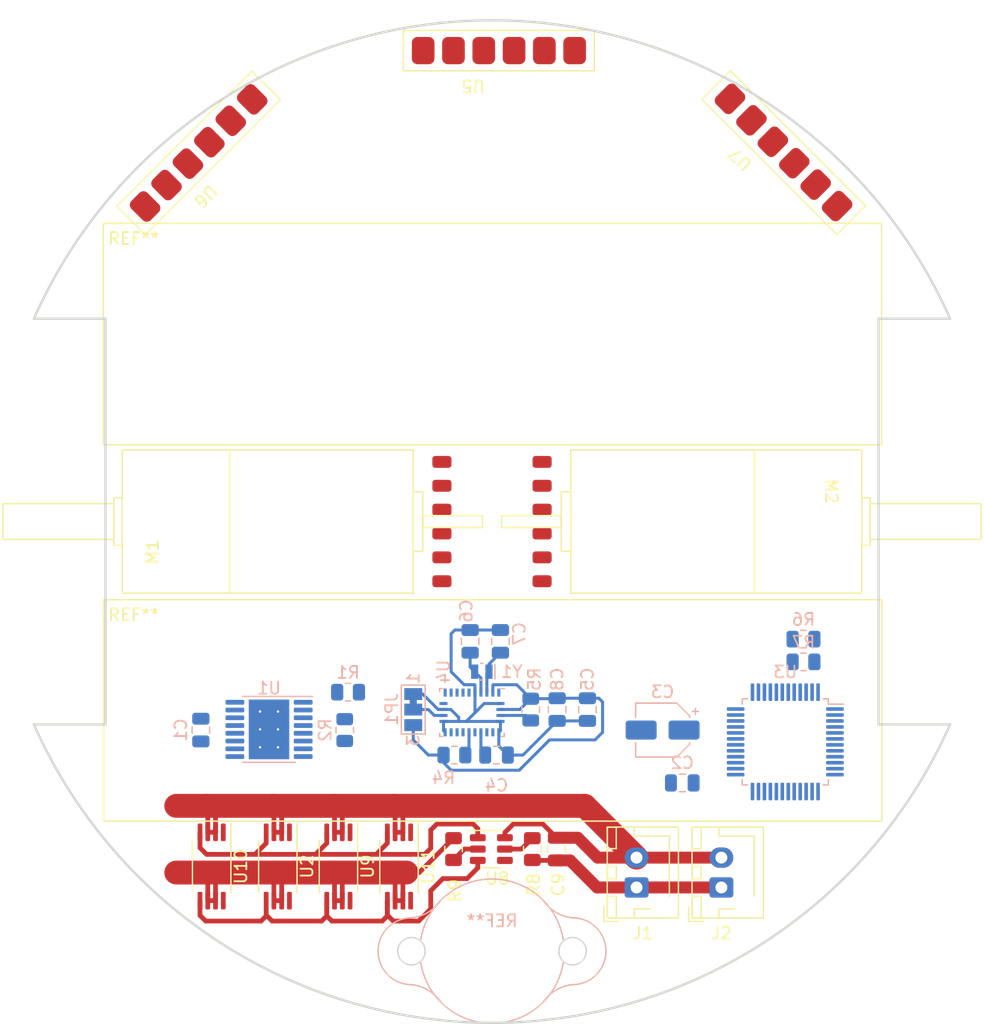
<source format=kicad_pcb>
(kicad_pcb (version 20221018) (generator pcbnew)
  (layers (0 "F.Cu" signal) (31 "B.Cu" signal) (34 "B.Paste" user) (35 "F.Paste" user) (36 "B.SilkS" user "B.Silkscreen") (37 "F.SilkS" user "F.Silkscreen") (38 "B.Mask" user) (39 "F.Mask" user) (44 "Edge.Cuts" user))
  (net 0 "")
  (net 1 "GND")
  (net 2 "M1_B")
  (net 3 "+5V")
  (net 4 "M1_A")
  (net 5 "Net-(M1-M2)")
  (net 6 "Net-(M1-M1)")
  (net 7 "M2_B")
  (net 8 "M2_A")
  (net 9 "Net-(M2-M2)")
  (net 10 "Net-(M2-M1)")
  (net 12 "Net-(U1-AISEN)")
  (net 13 "Net-(U1-BISEN)")
  (net 15 "-BATT")
  (net 16 "DRV_B1")
  (net 17 "Net-(U1-VCP)")
  (net 18 "DRV_B2")
  (net 19 "DRV_A2")
  (net 20 "Net-(JP1-C)")
  (net 21 "+3.3V")
  (net 24 "BNO_INT")
  (net 27 "VL_EN1")
  (net 28 "VL_EN2")
  (net 29 "VL_EN3")
  (net 53 "SDA")
  (net 54 "SCL")
  (net 56 "Net-(U4-~{BOOT_LOAD_PIN})")
  (net 59 "Net-(U4-CAP)")
  (net 61 "Net-(U4-~{RESET})")
  (net 68 "Net-(U4-XOUT32)")
  (net 69 "Net-(U4-XIN32)")
  (net 73 "DRV_A1")
  (net 74 "+BATT")
  (net 75 "Net-(U8-VCC)")
  (net 76 "Net-(U8-CS)")
  (net 77 "Net-(U10-G1)")
  (net 78 "Net-(U10-G2)")
  (net 80 "Net-(U9-D-Pad1)")
  (net 81 "Net-(U10-D-Pad1)")
  (net 82 "Net-(U2-D-Pad1)")
  (net 84 "Net-(U11-D-Pad1)")
  (net 85 "Net-(R9-Pad1)")
  (footprint "pololu:VL53L0X" (layer "F.Cu") (at 68.58 22.225 180)
    (fp_text reference "U5" (at 10.16 -1.27 180 unlocked) (layer "F.SilkS"))
    (fp_text value "~")
    (pad "1" smd roundrect (at 1.65 1.69 270) (size 2.286 1.9) (layers "F.Cu" "F.Paste" "F.Mask") (net 21 "+3.3V"))
    (pad "2" smd roundrect (at 4.19 1.69 270) (size 2.286 1.9) (layers "F.Cu" "F.Paste" "F.Mask") (net 1 "GND"))
    (pad "3" smd roundrect (at 6.73 1.69 270) (size 2.286 1.9) (layers "F.Cu" "F.Paste" "F.Mask") (net 54 "SCL"))
    (pad "4" smd roundrect (at 9.27 1.69 270) (size 2.286 1.9) (layers "F.Cu" "F.Paste" "F.Mask") (net 53 "SDA"))
    (pad "5" smd roundrect (at 11.81 1.69 270) (size 2.286 1.9) (layers "F.Cu" "F.Paste" "F.Mask"))
    (pad "6" smd roundrect (at 14.35 1.69 270) (size 2.286 1.9) (layers "F.Cu" "F.Paste" "F.Mask") (net 27 "VL_EN1"))
  )
  (footprint "Connector_JST:JST_XH_B2B-XH-AM_1x02_P2.50mm_Vertical" (layer "F.Cu") (at 72.119 90.658 90)
    (fp_text reference "J1" (at -3.83 0.525) (layer "F.SilkS"))
    (fp_text value "Battery connector")
    (pad "" np_thru_hole circle (at -1.6 2 90) (size 1.2 1.2) (drill 1.2) (layers "*.Cu" "*.Mask"))
    (pad "1" thru_hole roundrect (at 0 0 90) (size 1.7 2) (drill 1) (layers "*.Cu" "*.Mask") (roundrect_rratio 0.147059) (net 74 "+BATT"))
    (pad "2" thru_hole oval (at 2.5 0 90) (size 1.7 2) (drill 1) (layers "*.Cu" "*.Mask") (net 15 "-BATT"))
  )
  (footprint "Package_SO:TSSOP-8_4.4x3mm_P0.65mm" (layer "F.Cu") (at 52.2025 88.9 -90)
    (fp_text reference "U11" (at 0 -2.45 90) (layer "F.SilkS"))
    (fp_text value "~")
    (pad "1" smd roundrect (at -2.8625 -0.975 270) (size 1.475 0.4) (layers "F.Cu" "F.Paste" "F.Mask") (net 84 "Net-(U11-D-Pad1)"))
    (pad "2" smd roundrect (at -2.8625 -0.325 270) (size 1.475 0.4) (layers "F.Cu" "F.Paste" "F.Mask") (net 15 "-BATT"))
    (pad "3" smd roundrect (at -2.8625 0.325 270) (size 1.475 0.4) (layers "F.Cu" "F.Paste" "F.Mask") (net 15 "-BATT"))
    (pad "4" smd roundrect (at -2.8625 0.975 270) (size 1.475 0.4) (layers "F.Cu" "F.Paste" "F.Mask") (net 77 "Net-(U10-G1)"))
    (pad "5" smd roundrect (at 2.8625 0.975 270) (size 1.475 0.4) (layers "F.Cu" "F.Paste" "F.Mask") (net 78 "Net-(U10-G2)"))
    (pad "6" smd roundrect (at 2.8625 0.325 270) (size 1.475 0.4) (layers "F.Cu" "F.Paste" "F.Mask") (net 85 "Net-(R9-Pad1)"))
    (pad "7" smd roundrect (at 2.8625 -0.325 270) (size 1.475 0.4) (layers "F.Cu" "F.Paste" "F.Mask") (net 85 "Net-(R9-Pad1)"))
    (pad "8" smd roundrect (at 2.8625 -0.975 270) (size 1.475 0.4) (layers "F.Cu" "F.Paste" "F.Mask") (net 84 "Net-(U11-D-Pad1)"))
  )
  (footprint "pololu:N20_EXTENDED_SHAFT" (layer "F.Cu") (at 19 60 90)
    (fp_text reference "M1" (at -2.54 12.54 90 unlocked) (layer "F.SilkS"))
    (fp_text value "N20_MOTOR_EXTENDED_SHAFT")
    (pad "1" smd roundrect (at -5 36.8 90) (size 1 1.6) (layers "F.Cu" "F.Paste" "F.Mask") (net 1 "GND"))
    (pad "2" smd roundrect (at -3 36.8 90) (size 1 1.6) (layers "F.Cu" "F.Paste" "F.Mask") (net 2 "M1_B"))
    (pad "3" smd roundrect (at -1 36.8 90) (size 1 1.6) (layers "F.Cu" "F.Paste" "F.Mask") (net 4 "M1_A"))
    (pad "4" smd roundrect (at 1 36.8 90) (size 1 1.6) (layers "F.Cu" "F.Paste" "F.Mask") (net 21 "+3.3V"))
    (pad "5" smd roundrect (at 3 36.8 90) (size 1 1.6) (layers "F.Cu" "F.Paste" "F.Mask") (net 5 "Net-(M1-M2)"))
    (pad "6" smd roundrect (at 5 36.8 90) (size 1 1.6) (layers "F.Cu" "F.Paste" "F.Mask") (net 6 "Net-(M1-M1)"))
  )
  (footprint "Resistor_SMD:R_0805_2012Metric" (layer "F.Cu") (at 56.7745 87.442 -90)
    (fp_text reference "R9" (at 3.49 -0.1215 90) (layer "F.SilkS"))
    (fp_text value "1K")
    (pad "1" smd roundrect (at -0.9125 0 270) (size 1.025 1.4) (layers "F.Cu" "F.Paste" "F.Mask") (roundrect_rratio 0.243902) (net 85 "Net-(R9-Pad1)"))
    (pad "2" smd roundrect (at 0.9125 0 270) (size 1.025 1.4) (layers "F.Cu" "F.Paste" "F.Mask") (roundrect_rratio 0.243902) (net 76 "Net-(U8-CS)"))
  )
  (footprint "Resistor_SMD:R_0805_2012Metric" (layer "F.Cu") (at 63.3785 87.442 90)
    (fp_text reference "R8" (at -2.982 0.1215 90) (layer "F.SilkS"))
    (fp_text value "100R")
    (pad "1" smd roundrect (at -0.9125 0 90) (size 1.025 1.4) (layers "F.Cu" "F.Paste" "F.Mask") (roundrect_rratio 0.243902) (net 74 "+BATT"))
    (pad "2" smd roundrect (at 0.9125 0 90) (size 1.025 1.4) (layers "F.Cu" "F.Paste" "F.Mask") (roundrect_rratio 0.243902) (net 75 "Net-(U8-VCC)"))
  )
  (footprint "Package_TO_SOT_SMD:SOT-23-6" (layer "F.Cu") (at 59.944 87.442)
    (fp_text reference "U8" (at 0.508 2.474) (layer "F.SilkS"))
    (fp_text value "~")
    (pad "1" smd roundrect (at -1.1375 -0.95) (size 1.325 0.6) (layers "F.Cu" "F.Paste" "F.Mask") (net 77 "Net-(U10-G1)"))
    (pad "2" smd roundrect (at -1.1375 0) (size 1.325 0.6) (layers "F.Cu" "F.Paste" "F.Mask") (net 76 "Net-(U8-CS)"))
    (pad "3" smd roundrect (at -1.1375 0.95) (size 1.325 0.6) (layers "F.Cu" "F.Paste" "F.Mask") (net 78 "Net-(U10-G2)"))
    (pad "4" smd roundrect (at 1.1375 0.95) (size 1.325 0.6) (layers "F.Cu" "F.Paste" "F.Mask"))
    (pad "5" smd roundrect (at 1.1375 0) (size 1.325 0.6) (layers "F.Cu" "F.Paste" "F.Mask") (net 75 "Net-(U8-VCC)"))
    (pad "6" smd roundrect (at 1.1375 -0.95) (size 1.325 0.6) (layers "F.Cu" "F.Paste" "F.Mask") (net 15 "-BATT"))
  )
  (footprint "pololu:VL53L0X" (layer "F.Cu") (at 88.907818 35.925839 135)
    (fp_text reference "U7" (at 10.16 -1.27 135 unlocked) (layer "F.SilkS"))
    (fp_text value "~")
    (pad "1" smd roundrect (at 1.65 1.69 225) (size 2.286 1.9) (layers "F.Cu" "F.Paste" "F.Mask") (net 21 "+3.3V"))
    (pad "2" smd roundrect (at 4.19 1.69 225) (size 2.286 1.9) (layers "F.Cu" "F.Paste" "F.Mask") (net 1 "GND"))
    (pad "3" smd roundrect (at 6.73 1.69 225) (size 2.286 1.9) (layers "F.Cu" "F.Paste" "F.Mask") (net 54 "SCL"))
    (pad "4" smd roundrect (at 9.27 1.69 225) (size 2.286 1.9) (layers "F.Cu" "F.Paste" "F.Mask") (net 53 "SDA"))
    (pad "5" smd roundrect (at 11.81 1.69 225) (size 2.286 1.9) (layers "F.Cu" "F.Paste" "F.Mask"))
    (pad "6" smd roundrect (at 14.35 1.69 225) (size 2.286 1.9) (layers "F.Cu" "F.Paste" "F.Mask") (net 29 "VL_EN3"))
  )
  (footprint "pololu:N20_EXTENDED_SHAFT" (layer "F.Cu") (at 101 60 -90)
    (fp_text reference "M2" (at -2.54 12.54 -90 unlocked) (layer "F.SilkS"))
    (fp_text value "N20_MOTOR_EXTENDED_SHAFT")
    (pad "1" smd roundrect (at -5 36.8 270) (size 1 1.6) (layers "F.Cu" "F.Paste" "F.Mask") (net 1 "GND"))
    (pad "2" smd roundrect (at -3 36.8 270) (size 1 1.6) (layers "F.Cu" "F.Paste" "F.Mask") (net 7 "M2_B"))
    (pad "3" smd roundrect (at -1 36.8 270) (size 1 1.6) (layers "F.Cu" "F.Paste" "F.Mask") (net 8 "M2_A"))
    (pad "4" smd roundrect (at 1 36.8 270) (size 1 1.6) (layers "F.Cu" "F.Paste" "F.Mask") (net 21 "+3.3V"))
    (pad "5" smd roundrect (at 3 36.8 270) (size 1 1.6) (layers "F.Cu" "F.Paste" "F.Mask") (net 9 "Net-(M2-M2)"))
    (pad "6" smd roundrect (at 5 36.8 270) (size 1 1.6) (layers "F.Cu" "F.Paste" "F.Mask") (net 10 "Net-(M2-M1)"))
  )
  (footprint "Connector_JST:JST_XH_B2B-XH-AM_1x02_P2.50mm_Vertical" (layer "F.Cu") (at 79.231 90.658 90)
    (fp_text reference "J2" (at -3.83 0.017) (layer "F.SilkS"))
    (fp_text value "Battery connector")
    (pad "" np_thru_hole circle (at -1.6 2 90) (size 1.2 1.2) (drill 1.2) (layers "*.Cu" "*.Mask"))
    (pad "1" thru_hole roundrect (at 0 0 90) (size 1.7 2) (drill 1) (layers "*.Cu" "*.Mask") (roundrect_rratio 0.147059) (net 74 "+BATT"))
    (pad "2" thru_hole oval (at 2.5 0 90) (size 1.7 2) (drill 1) (layers "*.Cu" "*.Mask") (net 15 "-BATT"))
  )
  (footprint "pololu:SAMSUNG_18650" (layer "F.Cu") (at 27.432 66.548)
    (fp_text reference "REF**" (at 2.54 1.27 unlocked) (layer "F.SilkS"))
    (fp_text value "SAMSUNG_18650")
  )
  (footprint "pololu:SAMSUNG_18650" (layer "F.Cu") (at 27.414 35.016)
    (fp_text reference "REF**" (at 2.54 1.27 unlocked) (layer "F.SilkS"))
    (fp_text value "SAMSUNG_18650")
  )
  (footprint "Package_SO:TSSOP-8_4.4x3mm_P0.65mm" (layer "F.Cu") (at 47.1225 88.9 -90)
    (fp_text reference "U9" (at 0 -2.45 -270) (layer "F.SilkS"))
    (fp_text value "~")
    (pad "1" smd roundrect (at -2.8625 -0.975 270) (size 1.475 0.4) (layers "F.Cu" "F.Paste" "F.Mask") (net 80 "Net-(U9-D-Pad1)"))
    (pad "2" smd roundrect (at -2.8625 -0.325 270) (size 1.475 0.4) (layers "F.Cu" "F.Paste" "F.Mask") (net 15 "-BATT"))
    (pad "3" smd roundrect (at -2.8625 0.325 270) (size 1.475 0.4) (layers "F.Cu" "F.Paste" "F.Mask") (net 15 "-BATT"))
    (pad "4" smd roundrect (at -2.8625 0.975 270) (size 1.475 0.4) (layers "F.Cu" "F.Paste" "F.Mask") (net 77 "Net-(U10-G1)"))
    (pad "5" smd roundrect (at 2.8625 0.975 270) (size 1.475 0.4) (layers "F.Cu" "F.Paste" "F.Mask") (net 78 "Net-(U10-G2)"))
    (pad "6" smd roundrect (at 2.8625 0.325 270) (size 1.475 0.4) (layers "F.Cu" "F.Paste" "F.Mask") (net 85 "Net-(R9-Pad1)"))
    (pad "7" smd roundrect (at 2.8625 -0.325 270) (size 1.475 0.4) (layers "F.Cu" "F.Paste" "F.Mask") (net 85 "Net-(R9-Pad1)"))
    (pad "8" smd roundrect (at 2.8625 -0.975 270) (size 1.475 0.4) (layers "F.Cu" "F.Paste" "F.Mask") (net 80 "Net-(U9-D-Pad1)"))
  )
  (footprint "Package_SO:TSSOP-8_4.4x3mm_P0.65mm" (layer "F.Cu") (at 36.4955 88.9 -90)
    (fp_text reference "U10" (at 0 -2.45 -270) (layer "F.SilkS"))
    (fp_text value "~")
    (pad "1" smd roundrect (at -2.8625 -0.975 270) (size 1.475 0.4) (layers "F.Cu" "F.Paste" "F.Mask") (net 81 "Net-(U10-D-Pad1)"))
    (pad "2" smd roundrect (at -2.8625 -0.325 270) (size 1.475 0.4) (layers "F.Cu" "F.Paste" "F.Mask") (net 15 "-BATT"))
    (pad "3" smd roundrect (at -2.8625 0.325 270) (size 1.475 0.4) (layers "F.Cu" "F.Paste" "F.Mask") (net 15 "-BATT"))
    (pad "4" smd roundrect (at -2.8625 0.975 270) (size 1.475 0.4) (layers "F.Cu" "F.Paste" "F.Mask") (net 77 "Net-(U10-G1)"))
    (pad "5" smd roundrect (at 2.8625 0.975 270) (size 1.475 0.4) (layers "F.Cu" "F.Paste" "F.Mask") (net 78 "Net-(U10-G2)"))
    (pad "6" smd roundrect (at 2.8625 0.325 270) (size 1.475 0.4) (layers "F.Cu" "F.Paste" "F.Mask") (net 85 "Net-(R9-Pad1)"))
    (pad "7" smd roundrect (at 2.8625 -0.325 270) (size 1.475 0.4) (layers "F.Cu" "F.Paste" "F.Mask") (net 85 "Net-(R9-Pad1)"))
    (pad "8" smd roundrect (at 2.8625 -0.975 270) (size 1.475 0.4) (layers "F.Cu" "F.Paste" "F.Mask") (net 81 "Net-(U10-D-Pad1)"))
  )
  (footprint "Capacitor_SMD:C_0805_2012Metric" (layer "F.Cu") (at 65.4105 87.442 -90)
    (fp_text reference "C9" (at 2.982 -0.1215 90) (layer "F.SilkS"))
    (fp_text value "100nF")
    (pad "1" smd roundrect (at -0.95 0 270) (size 1 1.45) (layers "F.Cu" "F.Paste" "F.Mask") (net 15 "-BATT"))
    (pad "2" smd roundrect (at 0.95 0 270) (size 1 1.45) (layers "F.Cu" "F.Paste" "F.Mask") (net 74 "+BATT"))
  )
  (footprint "Package_SO:TSSOP-8_4.4x3mm_P0.65mm" (layer "F.Cu") (at 42.0425 88.9 -90)
    (fp_text reference "U2" (at 0 -2.45 90) (layer "F.SilkS"))
    (fp_text value "~")
    (pad "1" smd roundrect (at -2.8625 -0.975 270) (size 1.475 0.4) (layers "F.Cu" "F.Paste" "F.Mask") (net 82 "Net-(U2-D-Pad1)"))
    (pad "2" smd roundrect (at -2.8625 -0.325 270) (size 1.475 0.4) (layers "F.Cu" "F.Paste" "F.Mask") (net 15 "-BATT"))
    (pad "3" smd roundrect (at -2.8625 0.325 270) (size 1.475 0.4) (layers "F.Cu" "F.Paste" "F.Mask") (net 15 "-BATT"))
    (pad "4" smd roundrect (at -2.8625 0.975 270) (size 1.475 0.4) (layers "F.Cu" "F.Paste" "F.Mask") (net 77 "Net-(U10-G1)"))
    (pad "5" smd roundrect (at 2.8625 0.975 270) (size 1.475 0.4) (layers "F.Cu" "F.Paste" "F.Mask") (net 78 "Net-(U10-G2)"))
    (pad "6" smd roundrect (at 2.8625 0.325 270) (size 1.475 0.4) (layers "F.Cu" "F.Paste" "F.Mask") (net 85 "Net-(R9-Pad1)"))
    (pad "7" smd roundrect (at 2.8625 -0.325 270) (size 1.475 0.4) (layers "F.Cu" "F.Paste" "F.Mask") (net 85 "Net-(R9-Pad1)"))
    (pad "8" smd roundrect (at 2.8625 -0.975 270) (size 1.475 0.4) (layers "F.Cu" "F.Paste" "F.Mask") (net 82 "Net-(U2-D-Pad1)"))
  )
  (footprint "pololu:VL53L0X" (layer "F.Cu") (at 42.257788 24.648233 -135)
    (fp_text reference "U6" (at 10.16 -1.27 -135 unlocked) (layer "F.SilkS"))
    (fp_text value "~")
    (pad "1" smd roundrect (at 1.65 1.69 315) (size 2.286 1.9) (layers "F.Cu" "F.Paste" "F.Mask") (net 21 "+3.3V"))
    (pad "2" smd roundrect (at 4.19 1.69 315) (size 2.286 1.9) (layers "F.Cu" "F.Paste" "F.Mask") (net 1 "GND"))
    (pad "3" smd roundrect (at 6.73 1.69 315) (size 2.286 1.9) (layers "F.Cu" "F.Paste" "F.Mask") (net 54 "SCL"))
    (pad "4" smd roundrect (at 9.27 1.69 315) (size 2.286 1.9) (layers "F.Cu" "F.Paste" "F.Mask") (net 53 "SDA"))
    (pad "5" smd roundrect (at 11.81 1.69 315) (size 2.286 1.9) (layers "F.Cu" "F.Paste" "F.Mask"))
    (pad "6" smd roundrect (at 14.35 1.69 315) (size 2.286 1.9) (layers "F.Cu" "F.Paste" "F.Mask") (net 28 "VL_EN2"))
  )
  (footprint "Capacitor_SMD:C_0805_2012Metric" (layer "B.Cu") (at 60.706 70.038 90)
    (fp_text reference "C7" (at 0.635 1.580154 90) (layer "B.SilkS") (effects (justify mirror)))
    (fp_text value "22pF")
    (pad "1" smd roundrect (at -0.95 0 90) (size 1 1.45) (layers "B.Cu" "B.Paste" "B.Mask") (net 69 "Net-(U4-XIN32)"))
    (pad "2" smd roundrect (at 0.95 0 90) (size 1 1.45) (layers "B.Cu" "B.Paste" "B.Mask") (net 1 "GND"))
  )
  (footprint "Jumper:SolderJumper-3_P1.3mm_Bridged12_Pad1.0x1.5mm_NumberLabels" (layer "B.Cu") (at 53.396154 75.753 -90)
    (fp_text reference "JP1" (at 0 1.8 90) (layer "B.SilkS") (effects (justify mirror)))
    (fp_text value "I2C_ADDR_SEL")
    (fp_text user "1" (at -2.6 0 90) (layer "B.SilkS") (effects (justify mirror)))
    (fp_text user "3" (at 2.6 0 90) (layer "B.SilkS") (effects (justify mirror)))
    (fp_poly (pts (xy -0.9 0.3) (xy -0.4 0.3) (xy -0.4 -0.3) (xy -0.9 -0.3)) (fill solid) (layer "B.Cu"))
    (pad "1" smd rect (at -1.3 0 270) (size 1 1.5) (layers "B.Cu" "B.Mask") (net 1 "GND"))
    (pad "2" smd rect (at 0 0 270) (size 1 1.5) (layers "B.Cu" "B.Mask") (net 20 "Net-(JP1-C)"))
    (pad "3" smd rect (at 1.3 0 270) (size 1 1.5) (layers "B.Cu" "B.Mask") (net 21 "+3.3V"))
  )
  (footprint "Resistor_SMD:R_0805_2012Metric" (layer "B.Cu") (at 56.848654 79.563 180)
    (fp_text reference "R4" (at 0.9125 -1.905) (layer "B.SilkS") (effects (justify mirror)))
    (fp_text value "10K")
    (pad "1" smd roundrect (at -0.9125 0 180) (size 1.025 1.4) (layers "B.Cu" "B.Paste" "B.Mask") (roundrect_rratio 0.243902) (net 61 "Net-(U4-~{RESET})"))
    (pad "2" smd roundrect (at 0.9125 0 180) (size 1.025 1.4) (layers "B.Cu" "B.Paste" "B.Mask") (roundrect_rratio 0.243902) (net 21 "+3.3V"))
  )
  (footprint "Resistor_SMD:R_0805_2012Metric" (layer "B.Cu") (at 47.655 77.47 -90)
    (fp_text reference "R2" (at 0 1.65 90) (layer "B.SilkS") (effects (justify mirror)))
    (fp_text value "0.2R")
    (pad "1" smd roundrect (at -0.9125 0 270) (size 1.025 1.4) (layers "B.Cu" "B.Paste" "B.Mask") (roundrect_rratio 0.243902) (net 1 "GND"))
    (pad "2" smd roundrect (at 0.9125 0 270) (size 1.025 1.4) (layers "B.Cu" "B.Paste" "B.Mask") (roundrect_rratio 0.243902) (net 13 "Net-(U1-BISEN)"))
  )
  (footprint "pololu:BALL_CASTER_3_8" (layer "B.Cu") (at 59.99997 96 180)
    (fp_text reference "REF**" (at 0 2.54 unlocked) (layer "B.SilkS") (effects (justify mirror)))
    (fp_text value "BALL_CASTER_3_8")
    (fp_circle (center -6.75 0) (end -5.6 0) (stroke (width 0.12)) (fill none) (layer "Edge.Cuts"))
    (fp_circle (center 6.75 0) (end 7.9 0) (stroke (width 0.12)) (fill none) (layer "Edge.Cuts"))
  )
  (footprint "Package_LGA:LGA-28_5.2x3.8mm_P0.5mm" (layer "B.Cu") (at 58.321 75.9955 180)
    (fp_text reference "U4" (at 2.384846 3.4175 90) (layer "B.SilkS") (effects (justify mirror)))
    (fp_text value "BNO055")
    (pad "1" smd rect (at -2.25 1.6625 180) (size 0.254 0.675) (layers "B.Cu" "B.Paste" "B.Mask"))
    (pad "2" smd rect (at -2.3875 0.75 90) (size 0.254 0.675) (layers "B.Cu" "B.Paste" "B.Mask") (net 1 "GND"))
    (pad "3" smd rect (at -2.3875 0.25 90) (size 0.254 0.675) (layers "B.Cu" "B.Paste" "B.Mask") (net 21 "+3.3V"))
    (pad "4" smd rect (at -2.3875 -0.25 90) (size 0.254 0.675) (layers "B.Cu" "B.Paste" "B.Mask") (net 56 "Net-(U4-~{BOOT_LOAD_PIN})"))
    (pad "5" smd rect (at -2.3875 -0.75 90) (size 0.254 0.675) (layers "B.Cu" "B.Paste" "B.Mask") (net 1 "GND"))
    (pad "6" smd rect (at -2.25 -1.6625 180) (size 0.254 0.675) (layers "B.Cu" "B.Paste" "B.Mask") (net 1 "GND"))
    (pad "7" smd rect (at -1.75 -1.6625 180) (size 0.254 0.675) (layers "B.Cu" "B.Paste" "B.Mask"))
    (pad "8" smd rect (at -1.25 -1.6625 180) (size 0.254 0.675) (layers "B.Cu" "B.Paste" "B.Mask"))
    (pad "9" smd rect (at -0.75 -1.6625 180) (size 0.254 0.675) (layers "B.Cu" "B.Paste" "B.Mask") (net 59 "Net-(U4-CAP)"))
    (pad "10" smd rect (at -0.25 -1.6625 180) (size 0.254 0.675) (layers "B.Cu" "B.Paste" "B.Mask"))
    (pad "11" smd rect (at 0.25 -1.6625 180) (size 0.254 0.675) (layers "B.Cu" "B.Paste" "B.Mask") (net 61 "Net-(U4-~{RESET})"))
    (pad "12" smd rect (at 0.75 -1.6625 180) (size 0.254 0.675) (layers "B.Cu" "B.Paste" "B.Mask"))
    (pad "13" smd rect (at 1.25 -1.6625 180) (size 0.254 0.675) (layers "B.Cu" "B.Paste" "B.Mask"))
    (pad "14" smd rect (at 1.75 -1.6625 180) (size 0.254 0.675) (layers "B.Cu" "B.Paste" "B.Mask") (net 24 "BNO_INT"))
    (pad "15" smd rect (at 2.25 -1.6625 180) (size 0.254 0.675) (layers "B.Cu" "B.Paste" "B.Mask") (net 1 "GND"))
    (pad "16" smd rect (at 2.3875 -0.75 90) (size 0.254 0.675) (layers "B.Cu" "B.Paste" "B.Mask") (net 1 "GND"))
    (pad "17" smd rect (at 2.3875 -0.25 90) (size 0.254 0.675) (layers "B.Cu" "B.Paste" "B.Mask") (net 20 "Net-(JP1-C)"))
    (pad "18" smd rect (at 2.3875 0.25 90) (size 0.254 0.675) (layers "B.Cu" "B.Paste" "B.Mask") (net 1 "GND"))
    (pad "19" smd rect (at 2.3875 0.75 90) (size 0.254 0.675) (layers "B.Cu" "B.Paste" "B.Mask") (net 54 "SCL"))
    (pad "20" smd rect (at 2.25 1.6625 180) (size 0.254 0.675) (layers "B.Cu" "B.Paste" "B.Mask") (net 53 "SDA"))
    (pad "21" smd rect (at 1.75 1.6625 180) (size 0.254 0.675) (layers "B.Cu" "B.Paste" "B.Mask"))
    (pad "22" smd rect (at 1.25 1.6625 180) (size 0.254 0.675) (layers "B.Cu" "B.Paste" "B.Mask"))
    (pad "23" smd rect (at 0.75 1.6625 180) (size 0.254 0.675) (layers "B.Cu" "B.Paste" "B.Mask"))
    (pad "24" smd rect (at 0.25 1.6625 180) (size 0.254 0.675) (layers "B.Cu" "B.Paste" "B.Mask"))
    (pad "25" smd rect (at -0.25 1.6625 180) (size 0.254 0.675) (layers "B.Cu" "B.Paste" "B.Mask") (net 1 "GND"))
    (pad "26" smd rect (at -0.75 1.6625 180) (size 0.254 0.675) (layers "B.Cu" "B.Paste" "B.Mask") (net 68 "Net-(U4-XOUT32)"))
    (pad "27" smd rect (at -1.25 1.6625 180) (size 0.254 0.675) (layers "B.Cu" "B.Paste" "B.Mask") (net 69 "Net-(U4-XIN32)"))
    (pad "28" smd rect (at -1.75 1.6625 180) (size 0.254 0.675) (layers "B.Cu" "B.Paste" "B.Mask") (net 21 "+3.3V"))
  )
  (footprint "Capacitor_SMD:CP_Elec_4x3" (layer "B.Cu") (at 74.303094 77.47 180)
    (fp_text reference "C3" (at 0 3.2) (layer "B.SilkS") (effects (justify mirror)))
    (fp_text value "10uF")
    (pad "1" smd roundrect (at -1.8 0 180) (size 2.6 1.6) (layers "B.Cu" "B.Paste" "B.Mask") (roundrect_rratio 0.15625) (net 21 "+3.3V"))
    (pad "2" smd roundrect (at 1.8 0 180) (size 2.6 1.6) (layers "B.Cu" "B.Paste" "B.Mask") (roundrect_rratio 0.15625) (net 1 "GND"))
  )
  (footprint "Capacitor_SMD:C_0805_2012Metric" (layer "B.Cu") (at 35.59 77.47 -90)
    (fp_text reference "C1" (at 0 1.68 90) (layer "B.SilkS") (effects (justify mirror)))
    (fp_text value "10nF")
    (pad "1" smd roundrect (at -0.95 0 270) (size 1 1.45) (layers "B.Cu" "B.Paste" "B.Mask") (net 3 "+5V"))
    (pad "2" smd roundrect (at 0.95 0 270) (size 1 1.45) (layers "B.Cu" "B.Paste" "B.Mask") (net 17 "Net-(U1-VCP)"))
  )
  (footprint "Capacitor_SMD:C_0805_2012Metric" (layer "B.Cu") (at 58.166 70.038 90)
    (fp_text reference "C6" (at 2.54 -0.324846 90) (layer "B.SilkS") (effects (justify mirror)))
    (fp_text value "22pF")
    (pad "1" smd roundrect (at -0.95 0 90) (size 1 1.45) (layers "B.Cu" "B.Paste" "B.Mask") (net 68 "Net-(U4-XOUT32)"))
    (pad "2" smd roundrect (at 0.95 0 90) (size 1 1.45) (layers "B.Cu" "B.Paste" "B.Mask") (net 1 "GND"))
  )
  (footprint "Resistor_SMD:R_0805_2012Metric" (layer "B.Cu") (at 47.9325 74.295 180)
    (fp_text reference "R1" (at 0 1.65) (layer "B.SilkS") (effects (justify mirror)))
    (fp_text value "0.2R")
    (pad "1" smd roundrect (at -0.9125 0 180) (size 1.025 1.4) (layers "B.Cu" "B.Paste" "B.Mask") (roundrect_rratio 0.243902) (net 1 "GND"))
    (pad "2" smd roundrect (at 0.9125 0 180) (size 1.025 1.4) (layers "B.Cu" "B.Paste" "B.Mask") (roundrect_rratio 0.243902) (net 12 "Net-(U1-AISEN)"))
  )
  (footprint "Capacitor_SMD:C_0805_2012Metric" (layer "B.Cu") (at 75.953094 81.9 180)
    (fp_text reference "C2" (at 0 1.68) (layer "B.SilkS") (effects (justify mirror)))
    (fp_text value "100nF")
    (pad "1" smd roundrect (at -0.95 0 180) (size 1 1.45) (layers "B.Cu" "B.Paste" "B.Mask") (net 21 "+3.3V"))
    (pad "2" smd roundrect (at 0.95 0 180) (size 1 1.45) (layers "B.Cu" "B.Paste" "B.Mask") (net 1 "GND"))
  )
  (footprint "Package_SO:HTSSOP-16-1EP_4.4x5mm_P0.65mm_EP3.4x5mm_Mask2.46x2.31mm_ThermalVias" (layer "B.Cu") (at 41.305 77.415 180)
    (fp_text reference "U1" (at 0 3.45) (layer "B.SilkS") (effects (justify mirror)))
    (fp_text value "DRV8833PWP")
    (pad "1" smd roundrect (at -2.8625 2.275 180) (size 1.575 0.4) (layers "B.Cu" "B.Paste" "B.Mask"))
    (pad "2" smd roundrect (at -2.8625 1.625 180) (size 1.575 0.4) (layers "B.Cu" "B.Paste" "B.Mask") (net 6 "Net-(M1-M1)"))
    (pad "3" smd roundrect (at -2.8625 0.975 180) (size 1.575 0.4) (layers "B.Cu" "B.Paste" "B.Mask") (net 12 "Net-(U1-AISEN)"))
    (pad "4" smd roundrect (at -2.8625 0.325 180) (size 1.575 0.4) (layers "B.Cu" "B.Paste" "B.Mask") (net 5 "Net-(M1-M2)"))
    (pad "5" smd roundrect (at -2.8625 -0.325 180) (size 1.575 0.4) (layers "B.Cu" "B.Paste" "B.Mask") (net 9 "Net-(M2-M2)"))
    (pad "6" smd roundrect (at -2.8625 -0.975 180) (size 1.575 0.4) (layers "B.Cu" "B.Paste" "B.Mask") (net 13 "Net-(U1-BISEN)"))
    (pad "7" smd roundrect (at -2.8625 -1.625 180) (size 1.575 0.4) (layers "B.Cu" "B.Paste" "B.Mask") (net 10 "Net-(M2-M1)"))
    (pad "8" smd roundrect (at -2.8625 -2.275 180) (size 1.575 0.4) (layers "B.Cu" "B.Paste" "B.Mask"))
    (pad "9" smd roundrect (at 2.8625 -2.275 180) (size 1.575 0.4) (layers "B.Cu" "B.Paste" "B.Mask") (net 16 "DRV_B1"))
    (pad "10" smd roundrect (at 2.8625 -1.625 180) (size 1.575 0.4) (layers "B.Cu" "B.Paste" "B.Mask") (net 18 "DRV_B2"))
    (pad "11" smd roundrect (at 2.8625 -0.975 180) (size 1.575 0.4) (layers "B.Cu" "B.Paste" "B.Mask") (net 17 "Net-(U1-VCP)"))
    (pad "12" smd roundrect (at 2.8625 -0.325 180) (size 1.575 0.4) (layers "B.Cu" "B.Paste" "B.Mask") (net 3 "+5V"))
    (pad "13" smd roundrect (at 2.8625 0.325 180) (size 1.575 0.4) (layers "B.Cu" "B.Paste" "B.Mask") (net 1 "GND"))
    (pad "14" smd roundrect (at 2.8625 0.975 180) (size 1.575 0.4) (layers "B.Cu" "B.Paste" "B.Mask") (net 21 "+3.3V"))
    (pad "15" smd roundrect (at 2.8625 1.625 180) (size 1.575 0.4) (layers "B.Cu" "B.Paste" "B.Mask") (net 19 "DRV_A2"))
    (pad "16" smd roundrect (at 2.8625 2.275 180) (size 1.575 0.4) (layers "B.Cu" "B.Paste" "B.Mask") (net 73 "DRV_A1"))
    (pad "17" thru_hole circle (at -0.75 -1.5 180) (size 0.5 0.5) (drill 0.2) (layers "*.Cu") (net 1 "GND"))
    (pad "17" thru_hole circle (at -0.75 0 180) (size 0.5 0.5) (drill 0.2) (layers "*.Cu") (net 1 "GND"))
    (pad "17" thru_hole circle (at -0.75 1.5 180) (size 0.5 0.5) (drill 0.2) (layers "*.Cu") (net 1 "GND"))
    (pad "17" smd rect (at 0 0 180) (size 2 3.5) (layers "F.Cu") (net 1 "GND"))
    (pad "17" smd rect (at 0 0 180) (size 3.4 5) (layers "B.Cu") (net 1 "GND"))
    (pad "17" thru_hole circle (at 0.75 -1.5 180) (size 0.5 0.5) (drill 0.2) (layers "*.Cu") (net 1 "GND"))
    (pad "17" thru_hole circle (at 0.75 0 180) (size 0.5 0.5) (drill 0.2) (layers "*.Cu") (net 1 "GND"))
    (pad "17" thru_hole circle (at 0.75 1.5 180) (size 0.5 0.5) (drill 0.2) (layers "*.Cu") (net 1 "GND"))
  )
  (footprint "Package_QFP:TQFP-48_7x7mm_P0.5mm" (layer "B.Cu") (at 84.588094 78.4575 180)
    (fp_text reference "U3" (at 0 5.85) (layer "B.SilkS") (effects (justify mirror)))
    (fp_text value "ATmega4809-A")
    (pad "1" smd roundrect (at -4.1625 2.75 180) (size 1.475 0.3) (layers "B.Cu" "B.Paste" "B.Mask"))
    (pad "2" smd roundrect (at -4.1625 2.25 180) (size 1.475 0.3) (layers "B.Cu" "B.Paste" "B.Mask"))
    (pad "3" smd roundrect (at -4.1625 1.75 180) (size 1.475 0.3) (layers "B.Cu" "B.Paste" "B.Mask") (net 24 "BNO_INT"))
    (pad "4" smd roundrect (at -4.1625 1.25 180) (size 1.475 0.3) (layers "B.Cu" "B.Paste" "B.Mask") (net 4 "M1_A"))
    (pad "5" smd roundrect (at -4.1625 0.75 180) (size 1.475 0.3) (layers "B.Cu" "B.Paste" "B.Mask") (net 2 "M1_B"))
    (pad "6" smd roundrect (at -4.1625 0.25 180) (size 1.475 0.3) (layers "B.Cu" "B.Paste" "B.Mask") (net 8 "M2_A"))
    (pad "7" smd roundrect (at -4.1625 -0.25 180) (size 1.475 0.3) (layers "B.Cu" "B.Paste" "B.Mask") (net 7 "M2_B"))
    (pad "8" smd roundrect (at -4.1625 -0.75 180) (size 1.475 0.3) (layers "B.Cu" "B.Paste" "B.Mask"))
    (pad "9" smd roundrect (at -4.1625 -1.25 180) (size 1.475 0.3) (layers "B.Cu" "B.Paste" "B.Mask"))
    (pad "10" smd roundrect (at -4.1625 -1.75 180) (size 1.475 0.3) (layers "B.Cu" "B.Paste" "B.Mask") (net 27 "VL_EN1"))
    (pad "11" smd roundrect (at -4.1625 -2.25 180) (size 1.475 0.3) (layers "B.Cu" "B.Paste" "B.Mask") (net 28 "VL_EN2"))
    (pad "12" smd roundrect (at -4.1625 -2.75 180) (size 1.475 0.3) (layers "B.Cu" "B.Paste" "B.Mask") (net 29 "VL_EN3"))
    (pad "13" smd roundrect (at -2.75 -4.1625 180) (size 0.3 1.475) (layers "B.Cu" "B.Paste" "B.Mask"))
    (pad "14" smd roundrect (at -2.25 -4.1625 180) (size 0.3 1.475) (layers "B.Cu" "B.Paste" "B.Mask") (net 21 "+3.3V"))
    (pad "15" smd roundrect (at -1.75 -4.1625 180) (size 0.3 1.475) (layers "B.Cu" "B.Paste" "B.Mask") (net 1 "GND"))
    (pad "16" smd roundrect (at -1.25 -4.1625 180) (size 0.3 1.475) (layers "B.Cu" "B.Paste" "B.Mask"))
    (pad "17" smd roundrect (at -0.75 -4.1625 180) (size 0.3 1.475) (layers "B.Cu" "B.Paste" "B.Mask"))
    (pad "18" smd roundrect (at -0.25 -4.1625 180) (size 0.3 1.475) (layers "B.Cu" "B.Paste" "B.Mask"))
    (pad "19" smd roundrect (at 0.25 -4.1625 180) (size 0.3 1.475) (layers "B.Cu" "B.Paste" "B.Mask"))
    (pad "20" smd roundrect (at 0.75 -4.1625 180) (size 0.3 1.475) (layers "B.Cu" "B.Paste" "B.Mask"))
    (pad "21" smd roundrect (at 1.25 -4.1625 180) (size 0.3 1.475) (layers "B.Cu" "B.Paste" "B.Mask"))
    (pad "22" smd roundrect (at 1.75 -4.1625 180) (size 0.3 1.475) (layers "B.Cu" "B.Paste" "B.Mask"))
    (pad "23" smd roundrect (at 2.25 -4.1625 180) (size 0.3 1.475) (layers "B.Cu" "B.Paste" "B.Mask"))
    (pad "24" smd roundrect (at 2.75 -4.1625 180) (size 0.3 1.475) (layers "B.Cu" "B.Paste" "B.Mask"))
    (pad "25" smd roundrect (at 4.1625 -2.75 180) (size 1.475 0.3) (layers "B.Cu" "B.Paste" "B.Mask"))
    (pad "26" smd roundrect (at 4.1625 -2.25 180) (size 1.475 0.3) (layers "B.Cu" "B.Paste" "B.Mask"))
    (pad "27" smd roundrect (at 4.1625 -1.75 180) (size 1.475 0.3) (layers "B.Cu" "B.Paste" "B.Mask"))
    (pad "28" smd roundrect (at 4.1625 -1.25 180) (size 1.475 0.3) (layers "B.Cu" "B.Paste" "B.Mask") (net 21 "+3.3V"))
    (pad "29" smd roundrect (at 4.1625 -0.75 180) (size 1.475 0.3) (layers "B.Cu" "B.Paste" "B.Mask") (net 1 "GND"))
    (pad "30" smd roundrect (at 4.1625 -0.25 180) (size 1.475 0.3) (layers "B.Cu" "B.Paste" "B.Mask"))
    (pad "31" smd roundrect (at 4.1625 0.25 180) (size 1.475 0.3) (layers "B.Cu" "B.Paste" "B.Mask"))
    (pad "32" smd roundrect (at 4.1625 0.75 180) (size 1.475 0.3) (layers "B.Cu" "B.Paste" "B.Mask"))
    (pad "33" smd roundrect (at 4.1625 1.25 180) (size 1.475 0.3) (layers "B.Cu" "B.Paste" "B.Mask"))
    (pad "34" smd roundrect (at 4.1625 1.75 180) (size 1.475 0.3) (layers "B.Cu" "B.Paste" "B.Mask") (net 73 "DRV_A1"))
    (pad "35" smd roundrect (at 4.1625 2.25 180) (size 1.475 0.3) (layers "B.Cu" "B.Paste" "B.Mask") (net 19 "DRV_A2"))
    (pad "36" smd roundrect (at 4.1625 2.75 180) (size 1.475 0.3) (layers "B.Cu" "B.Paste" "B.Mask") (net 16 "DRV_B1"))
    (pad "37" smd roundrect (at 2.75 4.1625 180) (size 0.3 1.475) (layers "B.Cu" "B.Paste" "B.Mask") (net 18 "DRV_B2"))
    (pad "38" smd roundrect (at 2.25 4.1625 180) (size 0.3 1.475) (layers "B.Cu" "B.Paste" "B.Mask"))
    (pad "39" smd roundrect (at 1.75 4.1625 180) (size 0.3 1.475) (layers "B.Cu" "B.Paste" "B.Mask"))
    (pad "40" smd roundrect (at 1.25 4.1625 180) (size 0.3 1.475) (layers "B.Cu" "B.Paste" "B.Mask"))
    (pad "41" smd roundrect (at 0.75 4.1625 180) (size 0.3 1.475) (layers "B.Cu" "B.Paste" "B.Mask"))
    (pad "42" smd roundrect (at 0.25 4.1625 180) (size 0.3 1.475) (layers "B.Cu" "B.Paste" "B.Mask") (net 21 "+3.3V"))
    (pad "43" smd roundrect (at -0.25 4.1625 180) (size 0.3 1.475) (layers "B.Cu" "B.Paste" "B.Mask") (net 1 "GND"))
    (pad "44" smd roundrect (at -0.75 4.1625 180) (size 0.3 1.475) (layers "B.Cu" "B.Paste" "B.Mask"))
    (pad "45" smd roundrect (at -1.25 4.1625 180) (size 0.3 1.475) (layers "B.Cu" "B.Paste" "B.Mask"))
    (pad "46" smd roundrect (at -1.75 4.1625 180) (size 0.3 1.475) (layers "B.Cu" "B.Paste" "B.Mask") (net 53 "SDA"))
    (pad "47" smd roundrect (at -2.25 4.1625 180) (size 0.3 1.475) (layers "B.Cu" "B.Paste" "B.Mask") (net 54 "SCL"))
    (pad "48" smd roundrect (at -2.75 4.1625 180) (size 0.3 1.475) (layers "B.Cu" "B.Paste" "B.Mask"))
  )
  (footprint "Crystal:Crystal_SMD_MicroCrystal_CM9V-T1A-2Pin_1.6x1.0mm" (layer "B.Cu") (at 59.146154 72.578 180)
    (fp_text reference "Y1" (at -2.505 0) (layer "B.SilkS") (effects (justify mirror)))
    (fp_text value "32.768kHz")
    (pad "1" smd rect (at -0.6 0 180) (size 0.6 1.2) (layers "B.Cu" "B.Paste" "B.Mask") (net 69 "Net-(U4-XIN32)"))
    (pad "2" smd rect (at 0.6 0 180) (size 0.6 1.2) (layers "B.Cu" "B.Paste" "B.Mask") (net 68 "Net-(U4-XOUT32)"))
  )
  (footprint "Capacitor_SMD:C_0805_2012Metric" (layer "B.Cu") (at 68.001154 75.753 -90)
    (fp_text reference "C5" (at -2.54 0 90) (layer "B.SilkS") (effects (justify mirror)))
    (fp_text value "100nF")
    (pad "1" smd roundrect (at -0.95 0 270) (size 1 1.45) (layers "B.Cu" "B.Paste" "B.Mask") (net 21 "+3.3V"))
    (pad "2" smd roundrect (at 0.95 0 270) (size 1 1.45) (layers "B.Cu" "B.Paste" "B.Mask") (net 1 "GND"))
  )
  (footprint "Resistor_SMD:R_0805_2012Metric" (layer "B.Cu") (at 86.115594 69.85 180)
    (fp_text reference "R6" (at 0 1.65) (layer "B.SilkS") (effects (justify mirror)))
    (fp_text value "R")
    (pad "1" smd roundrect (at -0.9125 0 180) (size 1.025 1.4) (layers "B.Cu" "B.Paste" "B.Mask") (roundrect_rratio 0.243902) (net 53 "SDA"))
    (pad "2" smd roundrect (at 0.9125 0 180) (size 1.025 1.4) (layers "B.Cu" "B.Paste" "B.Mask") (roundrect_rratio 0.243902) (net 21 "+3.3V"))
  )
  (footprint "Capacitor_SMD:C_0805_2012Metric" (layer "B.Cu") (at 60.381154 79.563)
    (fp_text reference "C4" (at 0 2.54) (layer "B.SilkS") (effects (justify mirror)))
    (fp_text value "1uF")
    (pad "1" smd roundrect (at -0.95 0) (size 1 1.45) (layers "B.Cu" "B.Paste" "B.Mask") (net 59 "Net-(U4-CAP)"))
    (pad "2" smd roundrect (at 0.95 0) (size 1 1.45) (layers "B.Cu" "B.Paste" "B.Mask") (net 1 "GND"))
  )
  (footprint "Resistor_SMD:R_0805_2012Metric" (layer "B.Cu") (at 63.246 75.753 90)
    (fp_text reference "R5" (at 2.54 0.310154 90) (layer "B.SilkS") (effects (justify mirror)))
    (fp_text value "10K")
    (pad "1" smd roundrect (at -0.9125 0 90) (size 1.025 1.4) (layers "B.Cu" "B.Paste" "B.Mask") (roundrect_rratio 0.243902) (net 56 "Net-(U4-~{BOOT_LOAD_PIN})"))
    (pad "2" smd roundrect (at 0.9125 0 90) (size 1.025 1.4) (layers "B.Cu" "B.Paste" "B.Mask") (roundrect_rratio 0.243902) (net 21 "+3.3V"))
  )
  (footprint "Capacitor_SMD:C_0805_2012Metric" (layer "B.Cu") (at 65.461154 75.753 -90)
    (fp_text reference "C8" (at -2.54 0 90) (layer "B.SilkS") (effects (justify mirror)))
    (fp_text value "120nF")
    (pad "1" smd roundrect (at -0.95 0 270) (size 1 1.45) (layers "B.Cu" "B.Paste" "B.Mask") (net 21 "+3.3V"))
    (pad "2" smd roundrect (at 0.95 0 270) (size 1 1.45) (layers "B.Cu" "B.Paste" "B.Mask") (net 1 "GND"))
  )
  (footprint "Resistor_SMD:R_0805_2012Metric" (layer "B.Cu") (at 86.115594 71.755 180)
    (fp_text reference "R7" (at 0 1.65) (layer "B.SilkS") (effects (justify mirror)))
    (fp_text value "R")
    (pad "1" smd roundrect (at -0.9125 0 180) (size 1.025 1.4) (layers "B.Cu" "B.Paste" "B.Mask") (roundrect_rratio 0.243902) (net 54 "SCL"))
    (pad "2" smd roundrect (at 0.9125 0 180) (size 1.025 1.4) (layers "B.Cu" "B.Paste" "B.Mask") (roundrect_rratio 0.243902) (net 21 "+3.3V"))
  )
  (gr_line (start 21.5943 43) (end 27.5943 43) (stroke (width 0.2)) (layer "Edge.Cuts"))
  (gr_line (start 92.4057 77) (end 92.4057 43) (stroke (width 0.2)) (layer "Edge.Cuts"))
  (gr_line (start 27.5943 77) (end 21.5943 77) (stroke (width 0.2)) (layer "Edge.Cuts"))
  (gr_arc (start 98.405731 76.999995) (mid 59.999927 102) (end 21.59421 76.999861) (stroke (width 0.2)) (layer "Edge.Cuts"))
  (gr_line (start 27.5943 43) (end 27.5943 77) (stroke (width 0.2)) (layer "Edge.Cuts"))
  (gr_line (start 98.4057 77) (end 92.4057 77) (stroke (width 0.2)) (layer "Edge.Cuts"))
  (gr_arc (start 21.59421 43.000139) (mid 59.999927 18) (end 98.405731 43.000005) (stroke (width 0.2)) (layer "Edge.Cuts"))
  (gr_line (start 92.4057 43) (end 98.4057 43) (stroke (width 0.2)) (layer "Edge.Cuts"))
  (segment (start 56.571154 69.403) (end 56.571154 72.578) (width 0.25) (layer "B.Cu") (net 1))
  (segment (start 58.166 69.088) (end 56.886154 69.088) (width 0.25) (layer "B.Cu") (net 1))
  (segment (start 60.571 78.802846) (end 61.331154 79.563) (width 0.25) (layer "B.Cu") (net 1))
  (segment (start 58.571 74.333) (end 58.571 76.015654) (width 0.25) (layer "B.Cu") (net 1))
  (segment (start 57.206154 76.7455) (end 57.841154 76.7455) (width 0.25) (layer "B.Cu") (net 1))
  (segment (start 55.9335 77.5205) (end 56.071 77.658) (width 0.25) (layer "B.Cu") (net 1))
  (segment (start 58.571 73.7185) (end 58.571 74.333) (width 0.25) (layer "B.Cu") (net 1))
  (segment (start 62.601154 79.563) (end 65.461154 76.703) (width 0.25) (layer "B.Cu") (net 1))
  (segment (start 60.7085 77.5205) (end 60.571 77.658) (width 0.25) (layer "B.Cu") (net 1))
  (segment (start 56.886154 69.088) (end 56.571154 69.403) (width 0.25) (layer "B.Cu") (net 1))
  (segment (start 60.571 77.658) (end 60.571 78.802846) (width 0.25) (layer "B.Cu") (net 1))
  (segment (start 58.523 73.6705) (end 58.571 73.7185) (width 0.25) (layer "B.Cu") (net 1))
  (segment (start 57.841154 76.7455) (end 60.7085 76.7455) (width 0.25) (layer "B.Cu") (net 1))
  (segment (start 58.571 76.015654) (end 57.841154 76.7455) (width 0.25) (layer "B.Cu") (net 1))
  (segment (start 54.189896 74.453) (end 55.482396 75.7455) (width 0.25) (layer "B.Cu") (net 1))
  (segment (start 59.341154 75.2455) (end 58.571 76.015654) (width 0.25) (layer "B.Cu") (net 1))
  (segment (start 60.7085 75.2455) (end 59.341154 75.2455) (width 0.25) (layer "B.Cu") (net 1))
  (segment (start 58.166 69.088) (end 58.156154 69.088) (width 0.25) (layer "B.Cu") (net 1))
  (segment (start 55.9335 76.7455) (end 55.9335 77.5205) (width 0.25) (layer "B.Cu") (net 1))
  (segment (start 56.548 75.7455) (end 57.206154 76.403654) (width 0.25) (layer "B.Cu") (net 1))
  (segment (start 55.482396 75.7455) (end 55.9335 75.7455) (width 0.25) (layer "B.Cu") (net 1))
  (segment (start 65.461154 76.703) (end 68.001154 76.703) (width 0.25) (layer "B.Cu") (net 1))
  (segment (start 58.166 69.088) (end 60.706 69.088) (width 0.25) (layer "B.Cu") (net 1))
  (segment (start 56.571154 72.578) (end 57.663654 73.6705) (width 0.25) (layer "B.Cu") (net 1))
  (segment (start 57.206154 76.403654) (end 57.206154 76.7455) (width 0.25) (layer "B.Cu") (net 1))
  (segment (start 57.663654 73.6705) (end 58.523 73.6705) (width 0.25) (layer "B.Cu") (net 1))
  (segment (start 53.396154 74.453) (end 54.189896 74.453) (width 0.25) (layer "B.Cu") (net 1))
  (segment (start 58.156154 69.088) (end 57.841154 69.403) (width 0.25) (layer "B.Cu") (net 1))
  (segment (start 55.9335 76.7455) (end 57.206154 76.7455) (width 0.25) (layer "B.Cu") (net 1))
  (segment (start 55.9335 75.7455) (end 56.548 75.7455) (width 0.25) (layer "B.Cu") (net 1))
  (segment (start 60.7085 76.7455) (end 60.7085 77.5205) (width 0.25) (layer "B.Cu") (net 1))
  (segment (start 61.331154 79.563) (end 62.601154 79.563) (width 0.25) (layer "B.Cu") (net 1))
  (segment (start 65.4105 86.492) (end 64.2625 85.344) (width 0.4) (layer "F.Cu") (net 15))
  (segment (start 33.528 83.82) (end 36.068 83.82) (width 2) (layer "F.Cu") (net 15))
  (segment (start 61.0815 86.0505) (end 61.0815 86.492) (width 0.4) (layer "F.Cu") (net 15))
  (segment (start 46.7975 83.8815) (end 46.736 83.82) (width 0.4) (layer "F.Cu") (net 15))
  (segment (start 65.4105 86.492) (end 65.4105 86.853827) (width 0.25) (layer "F.Cu") (net 15))
  (segment (start 68.854 88.158) (end 72.119 88.158) (width 1) (layer "F.Cu") (net 15))
  (segment (start 51.816 83.82) (end 67.781 83.82) (width 2) (layer "F.Cu") (net 15))
  (segment (start 67.781 83.82) (end 72.119 88.158) (width 2) (layer "F.Cu") (net 15))
  (segment (start 41.656 83.82) (end 46.736 83.82) (width 2) (layer "F.Cu") (net 15))
  (segment (start 41.7175 83.8815) (end 41.656 83.82) (width 0.4) (layer "F.Cu") (net 15))
  (segment (start 51.8775 86.0375) (end 52.5275 86.0375) (width 0.4) (layer "F.Cu") (net 15))
  (segment (start 36.1705 86.0375) (end 36.1705 83.9225) (width 0.4) (layer "F.Cu") (net 15))
  (segment (start 36.8205 84.5725) (end 36.068 83.82) (width 0.4) (layer "F.Cu") (net 15))
  (segment (start 42.3675 84.5315) (end 41.656 83.82) (width 0.4) (layer "F.Cu") (net 15))
  (segment (start 36.1705 83.9225) (end 36.068 83.82) (width 0.4) (layer "F.Cu") (net 15))
  (segment (start 36.068 83.82) (end 41.656 83.82) (width 2) (layer "F.Cu") (net 15))
  (segment (start 46.7975 86.0375) (end 46.7975 83.8815) (width 0.4) (layer "F.Cu") (net 15))
  (segment (start 67.188 86.492) (end 68.854 88.158) (width 1) (layer "F.Cu") (net 15))
  (segment (start 65.4105 86.492) (end 67.188 86.492) (width 1) (layer "F.Cu") (net 15))
  (segment (start 72.119 88.158) (end 79.231 88.158) (width 1) (layer "F.Cu") (net 15))
  (segment (start 41.7175 86.0375) (end 41.7175 83.8815) (width 0.4) (layer "F.Cu") (net 15))
  (segment (start 52.5275 86.0375) (end 52.5275 84.5315) (width 0.4) (layer "F.Cu") (net 15))
  (segment (start 47.4475 86.0375) (end 47.4475 84.5315) (width 0.4) (layer "F.Cu") (net 15))
  (segment (start 42.3675 86.0375) (end 42.3675 84.5315) (width 0.4) (layer "F.Cu") (net 15))
  (segment (start 41.7175 86.0375) (end 42.3675 86.0375) (width 0.4) (layer "F.Cu") (net 15))
  (segment (start 64.2625 85.344) (end 61.788 85.344) (width 0.4) (layer "F.Cu") (net 15))
  (segment (start 46.736 83.82) (end 51.816 83.82) (width 2) (layer "F.Cu") (net 15))
  (segment (start 36.8205 86.0375) (end 36.8205 84.5725) (width 0.4) (layer "F.Cu") (net 15))
  (segment (start 61.788 85.344) (end 61.0815 86.0505) (width 0.4) (layer "F.Cu") (net 15))
  (segment (start 47.4475 84.5315) (end 46.736 83.82) (width 0.4) (layer "F.Cu") (net 15))
  (segment (start 51.8775 83.8815) (end 51.816 83.82) (width 0.4) (layer "F.Cu") (net 15))
  (segment (start 46.7975 86.0375) (end 47.4475 86.0375) (width 0.4) (layer "F.Cu") (net 15))
  (segment (start 52.5275 84.5315) (end 51.816 83.82) (width 0.4) (layer "F.Cu") (net 15))
  (segment (start 51.8775 86.0375) (end 51.8775 83.8815) (width 0.4) (layer "F.Cu") (net 15))
  (segment (start 36.1705 86.0375) (end 36.8205 86.0375) (width 0.4) (layer "F.Cu") (net 15))
  (segment (start 54.666154 75.753) (end 53.396154 75.753) (width 0.25) (layer "B.Cu") (net 20))
  (segment (start 55.158654 76.2455) (end 54.666154 75.753) (width 0.25) (layer "B.Cu") (net 20))
  (segment (start 55.9335 76.2455) (end 55.158654 76.2455) (width 0.25) (layer "B.Cu") (net 20))
  (segment (start 64.16 60.96) (end 64.2 61) (width 0.25) (layer "F.Cu") (net 21))
  (segment (start 65.423654 74.8405) (end 65.461154 74.803) (width 0.25) (layer "B.Cu") (net 21))
  (segment (start 55.936154 79.563) (end 54.666154 79.563) (width 0.25) (layer "B.Cu") (net 21))
  (segment (start 54.666154 79.563) (end 53.396154 78.293) (width 0.25) (layer "B.Cu") (net 21))
  (segment (start 60.071 74.333) (end 60.071 73.7185) (width 0.25) (layer "B.Cu") (net 21))
  (segment (start 60.119 73.6705) (end 62.076 73.6705) (width 0.25) (layer "B.Cu") (net 21))
  (segment (start 62.076 73.6705) (end 63.246 74.8405) (width 0.25) (layer "B.Cu") (net 21))
  (segment (start 56.571154 80.833) (end 62.286154 80.833) (width 0.25) (layer "B.Cu") (net 21))
  (segment (start 68.956154 74.803) (end 68.001154 74.803) (width 0.25) (layer "B.Cu") (net 21))
  (segment (start 55.936154 79.563) (end 55.936154 80.198) (width 0.25) (layer "B.Cu") (net 21))
  (segment (start 69.271154 75.118) (end 68.956154 74.803) (width 0.25) (layer "B.Cu") (net 21))
  (segment (start 62.341 75.7455) (end 60.7085 75.7455) (width 0.25) (layer "B.Cu") (net 21))
  (segment (start 64.826154 78.293) (end 68.636154 78.293) (width 0.25) (layer "B.Cu") (net 21))
  (segment (start 69.271154 77.658) (end 69.271154 75.118) (width 0.25) (layer "B.Cu") (net 21))
  (segment (start 62.286154 80.833) (end 64.826154 78.293) (width 0.25) (layer "B.Cu") (net 21))
  (segment (start 68.636154 78.293) (end 69.271154 77.658) (width 0.25) (layer "B.Cu") (net 21))
  (segment (start 65.461154 74.803) (end 68.001154 74.803) (width 0.25) (layer "B.Cu") (net 21))
  (segment (start 53.396154 78.293) (end 53.396154 77.053) (width 0.25) (layer "B.Cu") (net 21))
  (segment (start 63.246 74.8405) (end 65.423654 74.8405) (width 0.25) (layer "B.Cu") (net 21))
  (segment (start 63.246 74.8405) (end 62.341 75.7455) (width 0.25) (layer "B.Cu") (net 21))
  (segment (start 60.071 73.7185) (end 60.119 73.6705) (width 0.25) (layer "B.Cu") (net 21))
  (segment (start 55.936154 80.198) (end 56.571154 80.833) (width 0.25) (layer "B.Cu") (net 21))
  (segment (start 63.246 76.6655) (end 62.826 76.2455) (width 0.25) (layer "B.Cu") (net 56))
  (segment (start 62.826 76.2455) (end 60.7085 76.2455) (width 0.25) (layer "B.Cu") (net 56))
  (segment (start 59.431154 79.563) (end 59.746154 79.563) (width 0.25) (layer "B.Cu") (net 59))
  (segment (start 59.071 78.887846) (end 59.071 77.658) (width 0.25) (layer "B.Cu") (net 59))
  (segment (start 59.746154 79.563) (end 59.071 78.887846) (width 0.25) (layer "B.Cu") (net 59))
  (segment (start 57.761154 79.563) (end 58.071 79.253154) (width 0.25) (layer "B.Cu") (net 61))
  (segment (start 58.071 79.253154) (end 58.071 77.658) (width 0.25) (layer "B.Cu") (net 61))
  (segment (start 58.166 70.988) (end 58.166 72.197846) (width 0.25) (layer "B.Cu") (net 68))
  (segment (start 59.071 73.102846) (end 59.071 74.333) (width 0.25) (layer "B.Cu") (net 68))
  (segment (start 58.166 72.197846) (end 58.546154 72.578) (width 0.25) (layer "B.Cu") (net 68))
  (segment (start 58.546154 72.578) (end 59.071 73.102846) (width 0.25) (layer "B.Cu") (net 68))
  (segment (start 59.746154 72.578) (end 59.746154 71.947846) (width 0.25) (layer "B.Cu") (net 69))
  (segment (start 59.746154 72.578) (end 59.571 72.753154) (width 0.25) (layer "B.Cu") (net 69))
  (segment (start 59.746154 71.947846) (end 60.706 70.988) (width 0.25) (layer "B.Cu") (net 69))
  (segment (start 59.571 72.753154) (end 59.571 74.333) (width 0.25) (layer "B.Cu") (net 69))
  (segment (start 66.548 88.392) (end 68.814 90.658) (width 1) (layer "F.Cu") (net 74))
  (segment (start 65.4105 88.392) (end 63.416 88.392) (width 0.4) (layer "F.Cu") (net 74))
  (segment (start 72.119 90.658) (end 79.231 90.658) (width 1) (layer "F.Cu") (net 74))
  (segment (start 65.4105 88.392) (end 66.548 88.392) (width 1) (layer "F.Cu") (net 74))
  (segment (start 63.416 88.392) (end 63.3785 88.3545) (width 0.4) (layer "F.Cu") (net 74))
  (segment (start 68.814 90.658) (end 72.119 90.658) (width 1) (layer "F.Cu") (net 74))
  (segment (start 61.0815 87.442) (end 62.466 87.442) (width 0.4) (layer "F.Cu") (net 75))
  (segment (start 62.466 87.442) (end 63.3785 86.5295) (width 0.4) (layer "F.Cu") (net 75))
  (segment (start 58.8065 87.442) (end 57.687 87.442) (width 0.4) (layer "F.Cu") (net 76))
  (segment (start 57.687 87.442) (end 56.7745 88.3545) (width 0.4) (layer "F.Cu") (net 76))
  (segment (start 58.8065 85.7305) (end 58.8065 86.492) (width 0.4) (layer "F.Cu") (net 77))
  (segment (start 35.5205 86.0375) (end 35.5205 87.3365) (width 0.4) (layer "F.Cu") (net 77))
  (segment (start 50.292 87.884) (end 51.2275 86.9485) (width 0.4) (layer "F.Cu") (net 77))
  (segment (start 45.212 87.884) (end 46.1475 86.9485) (width 0.4) (layer "F.Cu") (net 77))
  (segment (start 45.212 87.884) (end 50.292 87.884) (width 0.4) (layer "F.Cu") (net 77))
  (segment (start 50.292 87.884) (end 54.356 87.884) (width 0.4) (layer "F.Cu") (net 77))
  (segment (start 54.864 85.852) (end 55.372 85.344) (width 0.4) (layer "F.Cu") (net 77))
  (segment (start 55.372 85.344) (end 58.42 85.344) (width 0.4) (layer "F.Cu") (net 77))
  (segment (start 35.5205 87.3365) (end 36.068 87.884) (width 0.4) (layer "F.Cu") (net 77))
  (segment (start 51.2275 86.9485) (end 51.2275 86.0375) (width 0.4) (layer "F.Cu") (net 77))
  (segment (start 54.356 87.884) (end 54.864 87.376) (width 0.4) (layer "F.Cu") (net 77))
  (segment (start 58.42 85.344) (end 58.8065 85.7305) (width 0.4) (layer "F.Cu") (net 77))
  (segment (start 40.132 87.884) (end 45.212 87.884) (width 0.4) (layer "F.Cu") (net 77))
  (segment (start 36.068 87.884) (end 40.132 87.884) (width 0.4) (layer "F.Cu") (net 77))
  (segment (start 40.132 87.884) (end 41.0675 86.9485) (width 0.4) (layer "F.Cu") (net 77))
  (segment (start 46.1475 86.9485) (end 46.1475 86.0375) (width 0.4) (layer "F.Cu") (net 77))
  (segment (start 54.864 87.376) (end 54.864 85.852) (width 0.4) (layer "F.Cu") (net 77))
  (segment (start 41.0675 86.9485) (end 41.0675 86.0375) (width 0.4) (layer "F.Cu") (net 77))
  (segment (start 54.864 90.932) (end 55.88 89.916) (width 0.4) (layer "F.Cu") (net 78))
  (segment (start 55.88 89.916) (end 57.912 89.916) (width 0.4) (layer "F.Cu") (net 78))
  (segment (start 40.64 93.472) (end 35.997696 93.472) (width 0.4) (layer "F.Cu") (net 78))
  (segment (start 35.5205 92.994804) (end 35.5205 91.7625) (width 0.4) (layer "F.Cu") (net 78))
  (segment (start 46.575 93.472) (end 50.8 93.472) (width 0.4) (layer "F.Cu") (net 78))
  (segment (start 46.1475 93.0445) (end 45.72 93.472) (width 0.4) (layer "F.Cu") (net 78))
  (segment (start 51.2275 93.0445) (end 51.2275 91.7625) (width 0.4) (layer "F.Cu") (net 78))
  (segment (start 51.2275 91.7625) (end 51.2275 92.974304) (width 0.4) (layer "F.Cu") (net 78))
  (segment (start 46.1475 91.7625) (end 46.1475 93.0445) (width 0.4) (layer "F.Cu") (net 78))
  (segment (start 41.0675 93.0445) (end 40.64 93.472) (width 0.4) (layer "F.Cu") (net 78))
  (segment (start 35.997696 93.472) (end 35.5205 92.994804) (width 0.4) (layer "F.Cu") (net 78))
  (segment (start 46.1475 93.0445) (end 46.575 93.472) (width 0.4) (layer "F.Cu") (net 78))
  (segment (start 41.0675 92.974304) (end 41.0675 91.7625) (width 0.4) (layer "F.Cu") (net 78))
  (segment (start 45.72 93.472) (end 41.565196 93.472) (width 0.4) (layer "F.Cu") (net 78))
  (segment (start 53.848 93.472) (end 54.864 92.456) (width 0.4) (layer "F.Cu") (net 78))
  (segment (start 51.725196 93.472) (end 53.848 93.472) (width 0.4) (layer "F.Cu") (net 78))
  (segment (start 51.2275 92.974304) (end 51.725196 93.472) (width 0.4) (layer "F.Cu") (net 78))
  (segment (start 57.912 89.916) (end 58.8065 89.0215) (width 0.4) (layer "F.Cu") (net 78))
  (segment (start 41.0675 92.974304) (end 41.565196 93.472) (width 0.4) (layer "F.Cu") (net 78))
  (segment (start 41.0675 91.7625) (end 41.0675 93.0445) (width 0.4) (layer "F.Cu") (net 78))
  (segment (start 50.8 93.472) (end 51.2275 93.0445) (width 0.4) (layer "F.Cu") (net 78))
  (segment (start 58.8065 89.0215) (end 58.8065 88.392) (width 0.4) (layer "F.Cu") (net 78))
  (segment (start 46.1475 92.720303) (end 46.1475 91.7625) (width 0.4) (layer "F.Cu") (net 78))
  (segment (start 54.864 92.456) (end 54.864 90.932) (width 0.4) (layer "F.Cu") (net 78))
  (segment (start 51.8775 89.4695) (end 51.816 89.408) (width 0.4) (layer "F.Cu") (net 85))
  (segment (start 36.1705 91.7625) (end 36.8205 91.7625) (width 0.4) (layer "F.Cu") (net 85))
  (segment (start 42.3675 91.7625) (end 42.3675 90.1195) (width 0.4) (layer "F.Cu") (net 85))
  (segment (start 41.7175 91.7625) (end 41.7175 89.4695) (width 0.4) (layer "F.Cu") (net 85))
  (segment (start 46.7975 91.7625) (end 46.7975 89.4695) (width 0.4) (layer "F.Cu") (net 85))
  (segment (start 53.896 89.408) (end 52.832 89.408) (width 0.4) (layer "F.Cu") (net 85))
  (segment (start 36.1705 91.7625) (end 36.1705 89.5105) (width 0.4) (layer "F.Cu") (net 85))
  (segment (start 52.832 89.408) (end 51.816 89.408) (width 2) (layer "F.Cu") (net 85))
  (segment (start 52.5275 90.1195) (end 52.5275 91.7625) (width 0.4) (layer "F.Cu") (net 85))
  (segment (start 47.4475 90.1195) (end 46.736 89.408) (width 0.4) (layer "F.Cu") (net 85))
  (segment (start 41.7175 91.7625) (end 42.3675 91.7625) (width 0.4) (layer "F.Cu") (net 85))
  (segment (start 41.656 89.408) (end 36.068 89.408) (width 2) (layer "F.Cu") (net 85))
  (segment (start 46.736 89.408) (end 41.656 89.408) (width 2) (layer "F.Cu") (net 85))
  (segment (start 47.4475 91.7625) (end 47.4475 90.1195) (width 0.4) (layer "F.Cu") (net 85))
  (segment (start 51.8775 91.7625) (end 51.8775 89.4695) (width 0.4) (layer "F.Cu") (net 85))
  (segment (start 36.068 89.408) (end 33.528 89.408) (width 2) (layer "F.Cu") (net 85))
  (segment (start 46.7975 89.4695) (end 46.736 89.408) (width 0.4) (layer "F.Cu") (net 85))
  (segment (start 42.3675 90.1195) (end 41.656 89.408) (width 0.4) (layer "F.Cu") (net 85))
  (segment (start 56.7745 86.5295) (end 53.896 89.408) (width 0.4) (layer "F.Cu") (net 85))
  (segment (start 51.8775 91.7625) (end 52.5275 91.7625) (width 0.4) (layer "F.Cu") (net 85))
  (segment (start 51.816 89.408) (end 46.736 89.408) (width 2) (layer "F.Cu") (net 85))
  (segment (start 36.1705 89.5105) (end 36.068 89.408) (width 0.4) (layer "F.Cu") (net 85))
  (segment (start 41.7175 89.4695) (end 41.656 89.408) (width 0.4) (layer "F.Cu") (net 85))
  (segment (start 46.7975 91.7625) (end 47.4475 91.7625) (width 0.4) (layer "F.Cu") (net 85))
  (segment (start 51.816 89.408) (end 52.5275 90.1195) (width 0.4) (layer "F.Cu") (net 85))
  (segment (start 36.8205 91.7625) (end 36.8205 90.1605) (width 0.4) (layer "F.Cu") (net 85))
  (segment (start 36.8205 90.1605) (end 36.068 89.408) (width 0.4) (layer "F.Cu") (net 85))
)
</source>
